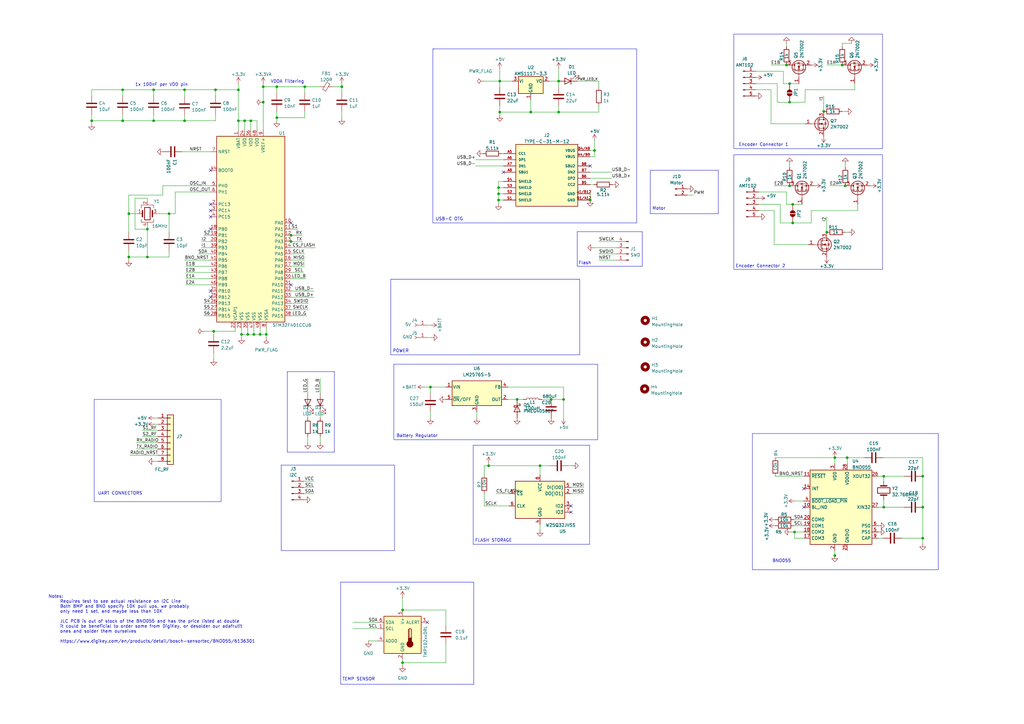
<source format=kicad_sch>
(kicad_sch (version 20231120) (generator "eeschema") (generator_version "8.0")
  (paper "A3")
  (junction (at 325.882 218.186))
  (junction (at 226.06 163.83))
  (junction (at 87.63 135.89))
  (junction (at 62.992 36.83))
  (junction (at 99.06 137.16))
  (junction (at 325.12 83.82))
  (junction (at 346.71 76.2))
  (junction (at 165.1 250.19))
  (junction (at 342.392 187.706))
  (junction (at 229.108 45.974))
  (junction (at 362.458 208.026))
  (junction (at 325.12 91.44))
  (junction (at 337.82 45.72))
  (junction (at 243.84 61.722))
  (junction (at 342.392 227.838))
  (junction (at 60.452 93.98))
  (junction (at 69.342 87.63))
  (junction (at 62.992 49.53))
  (junction (at 323.85 41.91))
  (junction (at 322.58 26.67))
  (junction (at 204.47 76.962))
  (junction (at 362.458 195.326))
  (junction (at 52.832 105.41))
  (junction (at 204.47 82.042))
  (junction (at 124.968 35.56))
  (junction (at 378.46 195.326))
  (junction (at 52.832 87.63))
  (junction (at 212.09 163.83))
  (junction (at 106.68 137.16))
  (junction (at 345.44 26.67))
  (junction (at 75.692 36.83))
  (junction (at 60.452 105.41))
  (junction (at 113.538 35.56))
  (junction (at 204.47 79.502))
  (junction (at 165.1 271.78))
  (junction (at 101.6 137.16))
  (junction (at 323.85 34.29))
  (junction (at 140.208 35.56))
  (junction (at 221.488 191.008))
  (junction (at 204.978 33.274))
  (junction (at 339.09 95.25))
  (junction (at 102.87 49.53))
  (junction (at 378.46 220.726))
  (junction (at 347.472 187.706))
  (junction (at 229.108 33.274))
  (junction (at 107.95 41.91))
  (junction (at 231.14 163.83))
  (junction (at 104.14 137.16))
  (junction (at 107.95 35.56))
  (junction (at 88.392 36.83))
  (junction (at 323.85 76.2))
  (junction (at 176.53 158.75))
  (junction (at 97.79 36.83))
  (junction (at 100.33 49.53))
  (junction (at 217.678 45.974))
  (junction (at 97.79 49.53))
  (junction (at 50.292 36.83))
  (junction (at 119.38 99.06))
  (junction (at 37.592 49.53))
  (junction (at 119.38 96.52))
  (junction (at 109.22 137.16))
  (junction (at 50.292 49.53))
  (junction (at 113.538 48.26))
  (junction (at 204.978 45.974))
  (junction (at 242.062 82.042))
  (junction (at 200.406 191.008))
  (junction (at 75.692 49.53))
  (junction (at 378.46 208.026))
  (no_connect (at 86.36 119.38))
  (no_connect (at 206.502 70.612))
  (no_connect (at 86.36 121.92))
  (no_connect (at 86.36 83.82))
  (no_connect (at 119.38 91.44))
  (no_connect (at 86.36 86.36))
  (no_connect (at 86.36 88.9))
  (no_connect (at 86.36 93.98))
  (no_connect (at 86.36 69.85))
  (no_connect (at 242.062 68.072))
  (no_connect (at 329.692 200.406))
  (no_connect (at 175.26 255.27))
  (no_connect (at 329.692 208.026))
  (no_connect (at 119.38 116.84))
  (no_connect (at 234.188 207.518))
  (no_connect (at 234.188 210.058))
  (wire (pts (xy 362.458 195.326) (xy 370.84 195.326)))
  (polyline (pts (xy 236.728 94.996) (xy 236.728 109.22)))
  (wire (pts (xy 88.392 36.83) (xy 97.79 36.83)))
  (wire (pts (xy 229.108 43.434) (xy 229.108 45.974)))
  (wire (pts (xy 362.204 187.706) (xy 378.46 187.706)))
  (wire (pts (xy 87.63 144.78) (xy 87.63 147.32)))
  (wire (pts (xy 60.452 93.98) (xy 60.452 92.71)))
  (wire (pts (xy 325.882 220.726) (xy 325.882 218.186)))
  (wire (pts (xy 325.12 91.44) (xy 332.74 91.44)))
  (wire (pts (xy 330.2 36.83) (xy 350.52 36.83)))
  (wire (pts (xy 124.714 202.438) (xy 128.778 202.438)))
  (wire (pts (xy 66.802 76.2) (xy 66.802 80.01)))
  (wire (pts (xy 311.15 78.74) (xy 322.58 78.74)))
  (wire (pts (xy 252.73 99.06) (xy 245.618 99.06)))
  (wire (pts (xy 52.832 87.63) (xy 52.832 95.25)))
  (wire (pts (xy 198.628 207.518) (xy 208.788 207.518)))
  (wire (pts (xy 124.968 45.72) (xy 124.968 48.26)))
  (wire (pts (xy 151.13 262.89) (xy 154.94 262.89)))
  (wire (pts (xy 126.238 168.91) (xy 126.238 171.45)))
  (wire (pts (xy 107.95 41.91) (xy 107.95 53.34)))
  (wire (pts (xy 217.678 40.894) (xy 217.678 45.974)))
  (polyline (pts (xy 115.316 190.754) (xy 115.316 225.806)))
  (wire (pts (xy 126.238 179.07) (xy 126.238 181.61)))
  (wire (pts (xy 50.292 46.99) (xy 50.292 49.53)))
  (wire (pts (xy 362.458 208.026) (xy 360.172 208.026)))
  (wire (pts (xy 204.978 33.274) (xy 210.058 33.274)))
  (wire (pts (xy 208.28 158.75) (xy 231.14 158.75)))
  (wire (pts (xy 360.172 220.726) (xy 362.204 220.726)))
  (polyline (pts (xy 160.274 145.542) (xy 237.744 145.542)))
  (wire (pts (xy 165.1 245.11) (xy 165.1 250.19)))
  (wire (pts (xy 326.136 205.486) (xy 329.692 205.486)))
  (wire (pts (xy 97.79 34.29) (xy 97.79 36.83)))
  (wire (pts (xy 52.832 87.63) (xy 56.642 87.63)))
  (wire (pts (xy 62.992 46.99) (xy 62.992 49.53)))
  (wire (pts (xy 378.46 195.326) (xy 378.46 208.026)))
  (wire (pts (xy 208.28 163.83) (xy 212.09 163.83)))
  (wire (pts (xy 243.84 61.722) (xy 242.062 61.722)))
  (polyline (pts (xy 261.112 91.44) (xy 177.546 91.44)))
  (wire (pts (xy 242.062 70.612) (xy 250.952 70.612)))
  (wire (pts (xy 102.87 49.53) (xy 100.33 49.53)))
  (polyline (pts (xy 115.316 190.754) (xy 161.798 190.754)))
  (wire (pts (xy 140.208 34.29) (xy 140.208 35.56)))
  (wire (pts (xy 69.342 87.63) (xy 69.342 95.25)))
  (wire (pts (xy 342.392 225.806) (xy 342.392 227.838)))
  (wire (pts (xy 101.6 134.62) (xy 101.6 137.16)))
  (wire (pts (xy 124.714 199.898) (xy 128.778 199.898)))
  (wire (pts (xy 339.09 88.9) (xy 339.09 95.25)))
  (wire (pts (xy 63.5 171.45) (xy 64.77 171.45)))
  (wire (pts (xy 82.55 101.6) (xy 86.36 101.6)))
  (wire (pts (xy 200.406 189.992) (xy 200.406 191.008)))
  (wire (pts (xy 52.832 102.87) (xy 52.832 105.41)))
  (wire (pts (xy 76.2 114.3) (xy 86.36 114.3)))
  (wire (pts (xy 66.802 80.01) (xy 52.832 80.01)))
  (wire (pts (xy 88.392 49.53) (xy 75.692 49.53)))
  (wire (pts (xy 204.978 28.194) (xy 204.978 33.274)))
  (wire (pts (xy 234.188 202.438) (xy 239.522 202.438)))
  (wire (pts (xy 55.372 81.28) (xy 55.372 93.98)))
  (wire (pts (xy 198.628 202.438) (xy 198.628 207.518)))
  (wire (pts (xy 318.77 41.91) (xy 323.85 41.91)))
  (wire (pts (xy 229.108 45.974) (xy 217.678 45.974)))
  (wire (pts (xy 113.538 45.72) (xy 113.538 48.26)))
  (wire (pts (xy 345.44 17.78) (xy 345.44 19.05)))
  (polyline (pts (xy 241.808 223.266) (xy 194.056 223.266)))
  (wire (pts (xy 88.392 39.37) (xy 88.392 36.83)))
  (polyline (pts (xy 194.056 182.626) (xy 241.808 182.626)))
  (wire (pts (xy 60.452 93.98) (xy 60.452 105.41)))
  (wire (pts (xy 124.968 38.1) (xy 124.968 35.56)))
  (wire (pts (xy 60.452 81.28) (xy 55.372 81.28)))
  (polyline (pts (xy 194.056 182.626) (xy 194.056 223.266)))
  (wire (pts (xy 325.628 213.106) (xy 329.692 213.106)))
  (wire (pts (xy 63.5 173.99) (xy 64.77 173.99)))
  (wire (pts (xy 126.238 155.194) (xy 126.238 161.29)))
  (wire (pts (xy 140.208 45.72) (xy 140.208 48.514)))
  (wire (pts (xy 321.31 29.21) (xy 321.31 34.29)))
  (wire (pts (xy 119.38 121.92) (xy 128.778 121.92)))
  (polyline (pts (xy 117.856 185.42) (xy 137.16 185.42)))
  (wire (pts (xy 204.978 33.274) (xy 204.978 35.814)))
  (wire (pts (xy 204.47 76.962) (xy 204.47 79.502)))
  (wire (pts (xy 74.676 62.23) (xy 86.36 62.23)))
  (wire (pts (xy 318.008 195.326) (xy 329.692 195.326)))
  (wire (pts (xy 109.22 137.16) (xy 109.22 138.43)))
  (wire (pts (xy 347.472 187.706) (xy 347.472 190.246)))
  (wire (pts (xy 97.79 36.83) (xy 97.79 49.53)))
  (wire (pts (xy 342.392 187.706) (xy 342.392 190.246)))
  (wire (pts (xy 322.58 83.82) (xy 325.12 83.82)))
  (wire (pts (xy 83.82 135.89) (xy 87.63 135.89)))
  (wire (pts (xy 176.53 171.45) (xy 176.53 168.91)))
  (wire (pts (xy 119.38 129.54) (xy 125.73 129.54)))
  (wire (pts (xy 311.15 83.82) (xy 320.04 83.82)))
  (wire (pts (xy 113.538 48.26) (xy 124.968 48.26)))
  (wire (pts (xy 231.14 158.75) (xy 231.14 163.83)))
  (wire (pts (xy 105.41 49.53) (xy 102.87 49.53)))
  (wire (pts (xy 245.618 33.274) (xy 245.618 35.814)))
  (wire (pts (xy 226.06 163.83) (xy 231.14 163.83)))
  (wire (pts (xy 165.1 271.78) (xy 182.88 271.78)))
  (wire (pts (xy 316.23 26.67) (xy 322.58 26.67)))
  (wire (pts (xy 131.318 179.07) (xy 131.318 181.61)))
  (wire (pts (xy 198.374 33.274) (xy 204.978 33.274)))
  (wire (pts (xy 369.824 220.726) (xy 378.46 220.726)))
  (wire (pts (xy 63.5 189.23) (xy 64.77 189.23)))
  (wire (pts (xy 101.6 137.16) (xy 99.06 137.16)))
  (wire (pts (xy 176.53 158.75) (xy 182.88 158.75)))
  (polyline (pts (xy 160.274 114.554) (xy 160.274 145.542)))
  (wire (pts (xy 204.47 79.502) (xy 206.502 79.502)))
  (wire (pts (xy 245.618 45.974) (xy 229.108 45.974)))
  (wire (pts (xy 225.298 33.274) (xy 229.108 33.274)))
  (wire (pts (xy 109.22 134.62) (xy 109.22 137.16)))
  (wire (pts (xy 323.85 67.31) (xy 323.85 68.58)))
  (wire (pts (xy 109.22 137.16) (xy 106.68 137.16)))
  (wire (pts (xy 342.392 187.706) (xy 347.472 187.706)))
  (wire (pts (xy 106.68 134.62) (xy 106.68 137.16)))
  (polyline (pts (xy 177.546 91.44) (xy 177.546 20.066)))
  (wire (pts (xy 124.968 35.56) (xy 131.318 35.56)))
  (wire (pts (xy 173.99 158.75) (xy 176.53 158.75)))
  (wire (pts (xy 362.458 208.026) (xy 370.84 208.026)))
  (wire (pts (xy 233.172 191.008) (xy 234.696 191.008)))
  (wire (pts (xy 131.318 155.194) (xy 131.318 161.29)))
  (wire (pts (xy 60.452 82.55) (xy 60.452 81.28)))
  (polyline (pts (xy 160.274 114.554) (xy 237.744 114.554)))
  (polyline (pts (xy 261.112 20.066) (xy 261.112 91.44)))
  (polyline (pts (xy 236.728 94.996) (xy 263.398 94.996)))
  (wire (pts (xy 351.79 86.36) (xy 351.79 83.82)))
  (wire (pts (xy 82.55 99.06) (xy 86.36 99.06)))
  (wire (pts (xy 119.38 111.76) (xy 124.46 111.76)))
  (wire (pts (xy 55.372 93.98) (xy 60.452 93.98)))
  (wire (pts (xy 119.38 124.46) (xy 126.492 124.46)))
  (wire (pts (xy 322.58 17.78) (xy 322.58 19.05)))
  (wire (pts (xy 106.68 137.16) (xy 104.14 137.16)))
  (wire (pts (xy 332.74 91.44) (xy 332.74 86.36)))
  (wire (pts (xy 242.062 73.152) (xy 250.952 73.152)))
  (wire (pts (xy 317.5 86.36) (xy 317.5 100.33)))
  (wire (pts (xy 323.85 34.29) (xy 327.66 34.29)))
  (wire (pts (xy 245.618 106.68) (xy 252.73 106.68)))
  (wire (pts (xy 243.586 101.6) (xy 252.73 101.6)))
  (wire (pts (xy 119.38 104.14) (xy 124.968 104.14)))
  (wire (pts (xy 204.47 76.962) (xy 206.502 76.962)))
  (wire (pts (xy 234.188 199.898) (xy 239.522 199.898)))
  (wire (pts (xy 182.88 271.78) (xy 182.88 264.16)))
  (wire (pts (xy 37.592 39.37) (xy 37.592 36.83)))
  (wire (pts (xy 75.692 49.53) (xy 62.992 49.53)))
  (wire (pts (xy 69.342 105.41) (xy 60.452 105.41)))
  (wire (pts (xy 206.502 74.422) (xy 204.47 74.422)))
  (wire (pts (xy 340.36 76.2) (xy 346.71 76.2)))
  (wire (pts (xy 229.108 33.274) (xy 229.108 28.194)))
  (wire (pts (xy 140.208 35.56) (xy 140.208 38.1)))
  (wire (pts (xy 83.566 96.52) (xy 86.36 96.52)))
  (wire (pts (xy 113.538 35.56) (xy 107.95 35.56)))
  (wire (pts (xy 175.26 133.35) (xy 176.53 133.35)))
  (wire (pts (xy 242.062 79.502) (xy 242.062 82.042)))
  (wire (pts (xy 324.358 218.186) (xy 325.882 218.186)))
  (wire (pts (xy 76.2 109.22) (xy 86.36 109.22)))
  (wire (pts (xy 243.84 57.658) (xy 243.84 61.722)))
  (wire (pts (xy 175.26 138.43) (xy 176.784 138.43)))
  (wire (pts (xy 350.52 34.29) (xy 350.52 36.83)))
  (wire (pts (xy 165.1 270.51) (xy 165.1 271.78)))
  (wire (pts (xy 75.692 47.244) (xy 75.692 49.53)))
  (wire (pts (xy 198.628 191.008) (xy 200.406 191.008)))
  (wire (pts (xy 322.58 78.74) (xy 322.58 83.82)))
  (wire (pts (xy 75.692 36.83) (xy 75.692 39.624)))
  (wire (pts (xy 221.488 194.818) (xy 221.488 191.008)))
  (wire (pts (xy 339.09 26.67) (xy 345.44 26.67)))
  (wire (pts (xy 100.33 49.53) (xy 100.33 53.34)))
  (wire (pts (xy 136.398 35.56) (xy 140.208 35.56)))
  (wire (pts (xy 325.628 215.646) (xy 329.692 215.646)))
  (polyline (pts (xy 263.398 109.22) (xy 236.728 109.22)))
  (wire (pts (xy 321.31 34.29) (xy 323.85 34.29)))
  (wire (pts (xy 83.566 124.46) (xy 86.36 124.46)))
  (wire (pts (xy 107.95 34.29) (xy 107.95 35.56)))
  (wire (pts (xy 378.46 208.026) (xy 378.46 220.726)))
  (wire (pts (xy 104.14 137.16) (xy 101.6 137.16)))
  (wire (pts (xy 342.392 227.838) (xy 342.392 228.854)))
  (polyline (pts (xy 177.546 20.066) (xy 178.054 20.066)))
  (wire (pts (xy 76.2 111.76) (xy 86.36 111.76)))
  (wire (pts (xy 71.882 87.63) (xy 69.342 87.63)))
  (wire (pts (xy 62.992 36.83) (xy 62.992 39.37)))
  (polyline (pts (xy 263.398 94.996) (xy 263.398 109.22)))
  (wire (pts (xy 83.566 129.54) (xy 86.36 129.54)))
  (polyline (pts (xy 115.316 225.806) (xy 161.798 225.806)))
  (wire (pts (xy 75.692 36.83) (xy 88.392 36.83)))
  (wire (pts (xy 53.34 186.69) (xy 64.77 186.69)))
  (wire (pts (xy 113.538 48.26) (xy 113.538 49.53)))
  (wire (pts (xy 323.85 41.91) (xy 330.2 41.91)))
  (wire (pts (xy 50.292 49.53) (xy 37.592 49.53)))
  (polyline (pts (xy 241.808 182.626) (xy 241.808 223.266)))
  (polyline (pts (xy 137.16 152.4) (xy 117.856 152.4)))
  (wire (pts (xy 76.2 116.84) (xy 86.36 116.84)))
  (polyline (pts (xy 237.744 145.542) (xy 237.744 114.554)))
  (wire (pts (xy 198.628 191.008) (xy 198.628 194.818)))
  (wire (pts (xy 337.82 39.37) (xy 337.82 45.72)))
  (wire (pts (xy 204.47 79.502) (xy 204.47 82.042)))
  (wire (pts (xy 204.47 74.422) (xy 204.47 76.962)))
  (wire (pts (xy 221.488 191.008) (xy 225.552 191.008)))
  (wire (pts (xy 204.978 45.974) (xy 204.978 47.244)))
  (wire (pts (xy 320.04 91.44) (xy 325.12 91.44)))
  (wire (pts (xy 71.882 78.74) (xy 71.882 87.63)))
  (wire (pts (xy 332.74 86.36) (xy 351.79 86.36)))
  (wire (pts (xy 96.52 135.89) (xy 96.52 134.62)))
  (wire (pts (xy 204.978 43.434) (xy 204.978 45.974)))
  (wire (pts (xy 176.53 158.75) (xy 176.53 161.29)))
  (wire (pts (xy 87.63 135.89) (xy 96.52 135.89)))
  (wire (pts (xy 316.23 50.8) (xy 330.2 50.8)))
  (polyline (pts (xy 117.856 152.654) (xy 117.856 185.42)))
  (polyline (pts (xy 117.856 152.4) (xy 117.856 152.654)))
  (wire (pts (xy 119.38 101.6) (xy 129.286 101.6)))
  (wire (pts (xy 107.95 35.56) (xy 107.95 41.91)))
  (wire (pts (xy 119.38 106.68) (xy 124.968 106.68)))
  (wire (pts (xy 206.502 82.042) (xy 204.47 82.042)))
  (wire (pts (xy 119.38 109.22) (xy 124.968 109.22)))
  (wire (pts (xy 102.87 49.53) (xy 102.87 53.34)))
  (wire (pts (xy 231.14 163.83) (xy 231.14 171.45)))
  (wire (pts (xy 124.968 35.56) (xy 113.538 35.56)))
  (wire (pts (xy 88.392 46.99) (xy 88.392 49.53)))
  (wire (pts (xy 217.678 45.974) (xy 204.978 45.974)))
  (wire (pts (xy 221.488 215.138) (xy 221.488 217.424)))
  (wire (pts (xy 195.072 68.072) (xy 206.502 68.072)))
  (wire (pts (xy 52.832 105.41) (xy 52.832 106.68)))
  (wire (pts (xy 58.42 176.53) (xy 64.77 176.53)))
  (wire (pts (xy 195.58 171.45) (xy 195.58 168.91)))
  (wire (pts (xy 66.802 76.2) (xy 86.36 76.2)))
  (wire (pts (xy 378.46 220.726) (xy 378.46 223.012)))
  (wire (pts (xy 206.502 65.532) (xy 195.072 65.532)))
  (wire (pts (xy 360.172 195.326) (xy 362.458 195.326)))
  (wire (pts (xy 123.9392 99.06) (xy 119.38 99.06)))
  (wire (pts (xy 131.318 168.91) (xy 131.318 171.45)))
  (wire (pts (xy 329.692 220.726) (xy 325.882 220.726)))
  (wire (pts (xy 119.38 93.98) (xy 122.174 93.98)))
  (wire (pts (xy 37.592 49.53) (xy 37.592 50.8)))
  (wire (pts (xy 362.458 195.326) (xy 362.458 197.358)))
  (wire (pts (xy 99.06 134.62) (xy 99.06 137.16)))
  (wire (pts (xy 325.882 218.186) (xy 329.692 218.186)))
  (wire (pts (xy 124.714 197.358) (xy 128.778 197.358)))
  (wire (pts (xy 203.454 202.438) (xy 208.788 202.438)))
  (wire (pts (xy 144.78 255.27) (xy 154.94 255.27)))
  (polyline (pts (xy 161.798 225.806) (xy 161.798 190.754)))
  (wire (pts (xy 165.1 271.78) (xy 165.1 273.05)))
  (wire (pts (xy 204.47 82.042) (xy 204.47 83.566)))
  (wire (pts (xy 318.77 34.29) (xy 318.77 41.91)))
  (wire (pts (xy 113.538 35.56) (xy 113.538 38.1)))
  (wire (pts (xy 345.44 17.78) (xy 349.25 17.78)))
  (wire (pts (xy 309.88 29.21) (xy 321.31 29.21)))
  (wire (pts (xy 242.062 75.692) (xy 243.586 75.692)))
  (wire (pts (xy 37.592 36.83) (xy 50.292 36.83)))
  (wire (pts (xy 104.14 134.62) (xy 104.14 137.16)))
  (wire (pts (xy 119.38 99.06) (xy 119.3672 99.06)))
  (wire (pts (xy 97.79 49.53) (xy 97.79 53.34)))
  (wire (pts (xy 182.88 250.19) (xy 165.1 250.19)))
  (wire (pts (xy 119.38 127) (xy 126.492 127)))
  (wire (pts (xy 245.618 43.434) (xy 245.618 45.974)))
  (wire (pts (xy 83.566 127) (xy 86.36 127)))
  (wire (pts (xy 320.04 83.82) (xy 320.04 91.44)))
  (wire (pts (xy 123.9392 96.52) (xy 119.38 96.52)))
  (wire (pts (xy 236.728 33.274) (xy 245.618 33.274)))
  (wire (pts (xy 55.88 181.61) (xy 64.77 181.61)))
  (wire (pts (xy 316.23 36.83) (xy 316.23 50.8)))
  (wire (pts (xy 205.74 62.992) (xy 206.502 62.992)))
  (wire (pts (xy 347.98 95.25) (xy 346.71 95.25)))
  (wire (pts (xy 99.06 137.16) (xy 99.06 138.43)))
  (wire (pts (xy 346.71 67.31) (xy 346.71 68.58)))
  (wire (pts (xy 50.292 36.83) (xy 50.292 39.37)))
  (wire (pts (xy 87.63 137.16) (xy 87.63 135.89)))
  (wire (pts (xy 318.008 187.706) (xy 342.392 187.706)))
  (wire (pts (xy 58.42 179.07) (xy 64.77 179.07)))
  (wire (pts (xy 69.342 102.87) (xy 69.342 105.41)))
  (wire (pts (xy 309.88 36.83) (xy 316.23 36.83)))
  (wire (pts (xy 200.406 191.008) (xy 221.488 191.008)))
  (wire (pts (xy 105.41 53.34) (xy 105.41 49.53)))
  (wire (pts (xy 64.262 87.63) (xy 69.342 87.63)))
  (wire (pts (xy 62.992 49.53) (xy 50.292 49.53)))
  (wire (pts (xy 119.38 119.38) (xy 128.778 119.38)))
  (wire (pts (xy 52.832 80.01) (xy 52.832 87.63)))
  (wire (pts (xy 71.882 78.74) (xy 86.36 78.74)))
  (wire (pts (xy 317.5 100.33) (xy 331.47 100.33)))
  (wire (pts (xy 100.33 49.53) (xy 97.79 49.53)))
  (wire (pts (xy 55.88 184.15) (xy 64.77 184.15)))
  (wire (pts (xy 362.458 204.978) (xy 362.458 208.026)))
  (wire (pts (xy 317.5 76.2) (xy 323.85 76.2)))
  (polyline (pts (xy 137.16 185.42) (xy 137.16 152.4)))
  (wire (pts (xy 242.062 64.262) (xy 243.84 64.262)))
  (wire (pts (xy 81.28 104.14) (xy 86.36 104.14)))
  (wire (pts (xy 378.46 187.706) (xy 378.46 195.326)))
  (wire (pts (xy 119.38 114.3) (xy 125.476 114.3)))
  (wire (pts (xy 75.692 106.68) (xy 86.36 106.68)))
  (wire (pts (xy 50.292 36.83) (xy 62.992 36.83)))
  (wire (pts (xy 243.84 64.262) (xy 243.84 61.722)))
  (wire (pts (xy 222.25 163.83) (xy 226.06 163.83)))
  (wire (pts (xy 119.38 96.52) (xy 119.3672 96.52)))
  (wire (pts (xy 212.09 163.83) (xy 214.63 163.83)))
  (wire (pts (xy 347.472 187.706) (xy 354.584 187.706)))
  (wire (pts (xy 311.15 86.36) (xy 317.5 86.36)))
  (wire (pts (xy 325.12 83.82) (xy 328.93 83.82)))
  (wire (pts (xy 60.452 105.41) (xy 52.832 105.41)))
  (wire (pts (xy 144.78 257.81) (xy 154.94 257.81)))
  (wire (pts (xy 37.592 46.99) (xy 37.592 49.53)))
  (wire (pts (xy 284.48 80.01) (xy 281.94 80.01)))
  (wire (pts (xy 229.108 33.274) (xy 229.108 35.814)))
  (wire (pts (xy 62.992 36.83) (xy 75.692 36.83)))
  (polyline (pts (xy 177.8 20.066) (xy 261.112 20.066)))
  (wire (pts (xy 309.88 34.29) (xy 318.77 34.29)))
  (wire (pts (xy 330.2 36.83) (xy 330.2 41.91)))
  (wire (pts (xy 252.73 104.14) (xy 245.618 104.14)))
  (wire (pts (xy 182.88 256.54) (xy 182.88 250.19)))
  (wire (pts (xy 346.71 45.72) (xy 345.44 45.72)))
  (rectangle (start 308.61 177.8) (end 384.81 233.68))
  (rectangle (start 139.7 238.76) (end 194.31 280.67))
  (rectangle (start 266.7 69.85) (end 294.64 87.63))
  (rectangle (start 161.544 149.352) (end 245.11 180.34))
  (rectangle (start 300.99 13.97) (end 361.95 60.96))
  (rectangle (start 38.608 163.83) (end 90.678 205.74))
  (rectangle (start 300.99 63.5) (end 361.95 110.49))
  (text "VDDA Filtering" (at 110.998 34.29 0) (effects (font (size 1.27 1.27)) (justify left bottom)))
  (text "Flash" (at 237.236 108.712 0) (effects (font (size 1.27 1.27)) (justify left bottom)))
  (text "FLASH STORAGE" (at 194.818 222.504 0) (effects (font (size 1.27 1.27)) (justify left bottom)))
  (text "Encoder Connector 1\n" (at 313.182 59.436 0) (effects (font (size 1.27 1.27))))
  (text "UART CONNECTORS" (at 49.276 202.438 0) (effects (font (size 1.27 1.27))))
  (text "Motor\n" (at 270.256 85.598 0) (effects (font (size 1.27 1.27))))
  (text "1x 100nF per VDD pin" (at 55.372 35.56 0) (effects (font (size 1.27 1.27)) (justify left bottom)))
  (text "Notes:\n	Requires test to see actual resistance on I2C Line\n	Both BMP and BNO specify 10K pull ups, we probably\n	only need 1 set, and maybe less than 10K\n\n	JLC PCB is out of stock of the BNO055 and has the price listed at double\n	it could be beneficial to order some from DigiKey, or desolder our adafrutit\n	ones and solder them ourselves\n\n	https://www.digikey.com/en/products/detail/bosch-sensortec/BNO055/6136301" (at 19.812 263.906 0) (effects (font (size 1.27 1.27)) (justify left bottom)))
  (text "USB-C OTG" (at 178.562 90.678 0) (effects (font (size 1.27 1.27)) (justify left bottom)))
  (text "TEMP SENSOR\n" (at 147.066 278.638 0) (effects (font (size 1.27 1.27))))
  (text "Battery Regulator" (at 162.56 179.578 0) (effects (font (size 1.27 1.27)) (justify left bottom)))
  (text "BNO055" (at 316.738 230.886 0) (effects (font (size 1.27 1.27)) (justify left bottom)))
  (text "POWER" (at 161.036 144.78 0) (effects (font (size 1.27 1.27)) (justify left bottom)))
  (text "Encoder Connector 2\n" (at 311.912 109.22 0) (effects (font (size 1.27 1.27))))
  (label "VCC" (at 128.778 197.358 180))
  (label "USB_D-" (at 128.778 119.38 180))
  (label "USB_D+" (at 128.778 121.92 180))
  (label "I2" (at 82.55 99.06 0))
  (label "USB_D-" (at 195.072 68.072 180))
  (label "SDA" (at 128.778 202.438 180))
  (label "SDA" (at 81.28 104.14 0))
  (label "LED_B" (at 125.476 114.3 180))
  (label "USB_D+" (at 195.072 65.532 180))
  (label "S2_RF" (at 58.42 179.07 0))
  (label "OSC_IN" (at 77.724 76.2 0))
  (label "E2A" (at 340.36 76.2 0))
  (label "BNO_NRST" (at 75.692 106.68 0))
  (label "SWCLK" (at 245.618 99.06 0))
  (label "CS_FLASH" (at 129.286 101.6 180))
  (label "TX_RADIO" (at 55.88 184.15 0))
  (label "LED_G" (at 125.73 129.54 180))
  (label "SWDIO" (at 245.618 104.14 0))
  (label "E1B" (at 76.2 109.22 0))
  (label "S1_RF" (at 58.42 176.53 0))
  (label "I2" (at 339.09 88.9 270))
  (label "E2B" (at 317.5 76.2 0))
  (label "OSC_OUT" (at 77.724 78.74 0))
  (label "NRST" (at 245.618 106.68 0))
  (label "E1A" (at 339.09 26.67 0))
  (label "SCL" (at 124.46 111.76 180))
  (label "TX" (at 123.9392 99.06 180))
  (label "USB_D-" (at 250.952 70.612 0))
  (label "S6" (at 83.566 129.54 0))
  (label "SCL" (at 151.13 257.81 0))
  (label "SCLK" (at 198.882 207.518 0))
  (label "MOSI" (at 239.522 199.898 180))
  (label "SWCLK" (at 126.492 127 180))
  (label "S4" (at 83.566 124.46 0))
  (label "I1" (at 82.55 101.6 0))
  (label "E2A" (at 76.2 116.84 0))
  (label "CS_FLASH" (at 203.454 202.438 0))
  (label "LED_B" (at 131.318 155.194 270))
  (label "S1" (at 122.174 93.98 180))
  (label "MISO" (at 124.968 106.68 180))
  (label "PWR_LED_K" (at 236.728 33.274 0) (effects (font (size 1 1))))
  (label "E2B" (at 76.2 111.76 0))
  (label "E1B" (at 316.23 26.67 0))
  (label "RADIO_NRST" (at 53.34 186.69 0))
  (label "BNO_NRST" (at 319.532 195.326 0))
  (label "SCLK" (at 124.968 104.14 180))
  (label "E1A" (at 76.2 114.3 0))
  (label "RX" (at 123.9392 96.52 180))
  (label "SDA" (at 151.13 255.27 0))
  (label "RX_RADIO" (at 55.88 181.61 0))
  (label "I1" (at 337.82 39.37 270))
  (label "USB_D+" (at 250.952 73.152 0))
  (label "S2" (at 83.566 96.52 0))
  (label "PWM" (at 284.48 80.01 0))
  (label "SWDIO" (at 126.492 124.46 180))
  (label "NRST" (at 77.724 62.23 0))
  (label "SCL" (at 325.628 215.646 0))
  (label "S5" (at 83.566 127 0))
  (label "LED_G" (at 126.238 155.194 270))
  (label "SCL" (at 128.778 199.898 180))
  (label "MISO" (at 239.522 202.438 180))
  (label "SDA" (at 325.628 213.106 0))
  (label "MOSI" (at 124.968 109.22 180))
  (symbol (lib_id "power:GND") (at 87.63 147.32 0) (unit 1)
    (property "Reference" "#PWR0116" (effects (hide yes)))
    (property "Value" "GND" (effects (hide yes)))
  )
  (symbol (lib_id "power:+3.3V") (at 337.82 55.88 0) (mirror x) (unit 1)
    (property "Reference" "#PWR039" (effects (hide yes)))
    (property "Value" "+3.3V" (at 337.82 59.69 0))
  )
  (symbol (lib_id "power:GND") (at 126.238 181.61 0) (unit 1)
    (property "Reference" "#PWR0136" (effects (hide yes)))
    (property "Value" "GND" (effects (hide yes)))
  )
  (symbol (lib_id "power:GND") (at 99.06 138.43 0) (unit 1)
    (property "Reference" "#PWR0117" (effects (hide yes)))
    (property "Value" "GND" (effects (hide yes)))
  )
  (symbol (lib_id "power:GND") (at 63.5 189.23 270) (unit 1)
    (property "Reference" "#PWR027" (effects (hide yes)))
    (property "Value" "GND" (effects (hide yes)))
  )
  (symbol (lib_id "Connector:Conn_01x04_Pin") (at 119.634 199.898 0) (unit 1)
    (property "Reference" "J3" (at 120.269 192.278 0))
    (property "Value" "I2C" (at 120.269 194.818 0))
    (property "Footprint" "Connector_PinHeader_2.54mm:PinHeader_1x04_P2.54mm_Vertical" (effects (hide yes)))
  )
  (symbol (lib_id "Transistor_FET:2N7002") (at 335.28 50.8 0) (unit 1)
    (property "Reference" "Q7" (at 340.487 49.5878 0) (effects (justify left)))
    (property "Value" "2N7002" (at 340.487 52.0121 0) (effects (justify left)))
    (property "Footprint" "Package_TO_SOT_SMD:SOT-23" (effects (hide yes)))
    (property "Datasheet" "https://www.onsemi.com/pub/Collateral/NDS7002A-D.PDF" (effects (hide yes)))
    (property "Description" "0.115A Id, 60V Vds, N-Channel MOSFET, SOT-23" (effects (hide yes)))
    (property "LCSC Part" "C466660" (effects (hide yes)))
  )
  (symbol (lib_id "power:GND") (at 324.358 218.186 270) (unit 1)
    (property "Reference" "#PWR0123" (effects (hide yes)))
    (property "Value" "GND" (effects (hide yes)))
  )
  (symbol (lib_id "Jumper:SolderJumper_2_Open") (at 325.12 87.63 90) (unit 1) (exclude_from_sim yes) (in_bom no)
    (property "Reference" "JP2" (at 327.66 85.852 0) (effects (justify right)))
    (property "Value" "SolderJumper_2_Open" (effects (hide yes)))
    (property "Footprint" "Jumper:SolderJumper-2_P1.3mm_Open_RoundedPad1.0x1.5mm" (effects (hide yes)))
    (property "Description" "Solder Jumper, 2-pole, open" (effects (hide yes)))
  )
  (symbol (lib_id "Connector:Conn_01x01_Female") (at 170.18 133.35 0) (mirror y) (unit 1)
    (property "Reference" "J4" (at 171.196 131.318 0) (effects (justify left)))
    (property "Value" "5V" (at 168.656 133.096 0) (effects (justify left)))
    (property "Footprint" "TestPoint:TestPoint_THTPad_2.5x2.5mm_Drill1.2mm" (effects (hide yes)))
  )
  (symbol (lib_id "power:+3.3V") (at 311.15 81.28 270) (unit 1)
    (property "Reference" "#PWR06" (effects (hide yes)))
    (property "Value" "+5V" (at 316.23 80.264 90))
  )
  (symbol (lib_id "Device:R") (at 345.44 22.86 0) (unit 1)
    (property "Reference" "R15" (at 343.408 22.098 90) (effects (justify right)))
    (property "Value" "1k" (at 345.44 21.844 90) (effects (justify right)))
    (property "Footprint" "Resistor_SMD:R_0402_1005Metric" (effects (hide yes)))
    (property "LCSC Part" "C102758" (effects (hide yes)))
  )
  (symbol (lib_id "Diode:PMEG4050EP") (at 212.09 167.64 270) (unit 1)
    (property "Reference" "D5" (at 214.63 166.0524 90) (effects (justify left)))
    (property "Value" "PMEG4050EP" (at 214.63 168.5924 90) (effects (justify left)))
    (property "Footprint" "Diode_SMD:D_SOD-128" (effects (hide yes)))
    (property "Datasheet" "https://assets.nexperia.com/documents/data-sheet/PMEG4050EP.pdf" (effects (hide yes)))
    (property "Description" "40V, 5A low Vf Schottky barrier rectifier, SOD-128" (effects (hide yes)))
  )
  (symbol (lib_id "power:+3.3V") (at 332.74 26.67 270) (mirror x) (unit 1)
    (property "Reference" "#PWR024" (effects (hide yes)))
    (property "Value" "+3.3V" (at 336.55 26.67 0))
  )
  (symbol (lib_id "power:GND") (at 342.392 227.838 0) (unit 1)
    (property "Reference" "#PWR0125" (effects (hide yes)))
    (property "Value" "GND" (effects (hide yes)))
  )
  (symbol (lib_id "power:+3.3V") (at 318.008 213.106 90) (unit 1)
    (property "Reference" "#PWR011" (effects (hide yes)))
    (property "Value" "+3.3V" (at 314.198 213.106 0))
  )
  (symbol (lib_id "Transistor_FET:2N7002") (at 350.52 29.21 90) (unit 1)
    (property "Reference" "Q6" (at 349.3078 24.003 0) (effects (justify left)))
    (property "Value" "2N7002" (at 351.7321 24.003 0) (effects (justify left)))
    (property "Footprint" "Package_TO_SOT_SMD:SOT-23" (effects (hide yes)))
    (property "Datasheet" "https://www.onsemi.com/pub/Collateral/NDS7002A-D.PDF" (effects (hide yes)))
    (property "Description" "0.115A Id, 60V Vds, N-Channel MOSFET, SOT-23" (effects (hide yes)))
    (property "LCSC Part" "C466660" (effects (hide yes)))
  )
  (symbol (lib_id "power:GND") (at 182.88 163.83 270) (unit 1)
    (property "Reference" "#PWR030" (effects (hide yes)))
    (property "Value" "GND" (effects (hide yes)))
  )
  (symbol (lib_id "Transistor_FET:2N7002") (at 336.55 100.33 0) (unit 1)
    (property "Reference" "Q2" (at 341.757 99.1178 0) (effects (justify left)))
    (property "Value" "2N7002" (at 341.757 101.5421 0) (effects (justify left)))
    (property "Footprint" "Package_TO_SOT_SMD:SOT-23" (effects (hide yes)))
    (property "Datasheet" "https://www.onsemi.com/pub/Collateral/NDS7002A-D.PDF" (effects (hide yes)))
    (property "Description" "0.115A Id, 60V Vds, N-Channel MOSFET, SOT-23" (effects (hide yes)))
    (property "LCSC Part" "C466660" (effects (hide yes)))
  )
  (symbol (lib_id "Connector:Conn_01x02_Pin") (at 276.86 77.47 0) (unit 1)
    (property "Reference" "J10" (at 277.495 72.39 0))
    (property "Value" "Motor" (at 277.495 74.93 0))
    (property "Footprint" "Connector_PinHeader_2.54mm:PinHeader_1x02_P2.54mm_Vertical" (effects (hide yes)))
    (property "Description" "Generic connector, single row, 01x02, script generated" (effects (hide yes)))
  )
  (symbol (lib_id "power:GND") (at 67.056 62.23 270) (unit 1)
    (property "Reference" "#PWR0101" (effects (hide yes)))
    (property "Value" "GND" (effects (hide yes)))
  )
  (symbol (lib_id "power:GND") (at 140.208 48.514 0) (unit 1)
    (property "Reference" "#PWR0107" (effects (hide yes)))
    (property "Value" "GND" (effects (hide yes)))
  )
  (symbol (lib_id "Mechanical:MountingHole") (at 264.6397 131.4315 0) (unit 1)
    (property "Reference" "H1" (at 267.1797 130.5968 0) (effects (justify left)))
    (property "Value" "MountingHole" (at 267.1797 133.1337 0) (effects (justify left)))
    (property "Footprint" "MountingHole:MountingHole_3.2mm_M3" (effects (hide yes)))
  )
  (symbol (lib_id "Device:R") (at 318.008 191.516 0) (unit 1)
    (property "Reference" "R4" (at 318.262 184.404 90) (effects (justify right)))
    (property "Value" "10k" (at 318.008 189.484 90) (effects (justify right)))
    (property "Footprint" "Resistor_SMD:R_0402_1005Metric" (effects (hide yes)))
    (property "JLCPCB#" "C60490" (effects (hide yes)))
  )
  (symbol (lib_id "Sensor_Motion:BNO055") (at 344.932 208.026 0) (unit 1)
    (property "Reference" "U4" (at 349.4914 189.0862 0) (effects (justify left)))
    (property "Value" "BNO055" (at 349.4914 191.6231 0) (effects (justify left)))
    (property "Footprint" "Package_LGA:LGA-28_5.2x3.8mm_P0.5mm" (effects (hide yes)))
    (property "Datasheet" "https://ae-bst.resource.bosch.com/media/_tech/media/datasheets/BST_BNO055_DS000_14.pdf" (effects (hide yes)))
    (property "JLCPCB#" "C93216" (effects (hide yes)))
  )
  (symbol (lib_id "Memory_Flash:W25Q32JVSS") (at 221.488 204.978 0) (unit 1)
    (property "Reference" "U5" (at 229.362 217.932 0) (effects (justify left)))
    (property "Value" "W25Q32JVSS" (at 223.774 215.392 0) (effects (justify left)))
    (property "Footprint" "Package_SO:SOIC-8_5.23x5.23mm_P1.27mm" (effects (hide yes)))
    (property "Datasheet" "http://www.winbond.com/resource-files/w25q32jv%20revg%2003272018%20plus.pdf" (effects (hide yes)))
    (property "JLCPCB#" "C82344" (effects (hide yes)))
  )
  (symbol (lib_id "Device:FerriteBead_Small") (at 133.858 35.56 90) (unit 1)
    (property "Reference" "FB1" (at 133.8199 30.1584 90))
    (property "Value" "120R" (at 133.8199 32.6953 90))
    (property "Footprint" "Inductor_SMD:L_0603_1608Metric" (effects (hide yes)))
    (property "JLCPCB#" "C85831" (effects (hide yes)))
  )
  (symbol (lib_id "power:+3.3V") (at 356.87 76.2 270) (mirror x) (unit 1)
    (property "Reference" "#PWR019" (effects (hide yes)))
    (property "Value" "+3.3V" (at 360.68 76.2 0))
  )
  (symbol (lib_id "power:PWR_FLAG") (at 107.95 41.91 90) (unit 1)
    (property "Reference" "#FLG0101" (effects (hide yes)))
    (property "Value" "PWR_FLAG" (effects (hide yes)))
  )
  (symbol (lib_id "power:GND") (at 322.58 17.78 180) (unit 1)
    (property "Reference" "#PWR037" (effects (hide yes)))
    (property "Value" "GND" (effects (hide yes)))
  )
  (symbol (lib_id "power:GND") (at 37.592 50.8 0) (unit 1)
    (property "Reference" "#PWR0102" (effects (hide yes)))
    (property "Value" "GND" (effects (hide yes)))
  )
  (symbol (lib_id "TYPE-C-31-M-12:TYPE-C-31-M-12") (at 224.282 71.882 0) (unit 1)
    (property "Reference" "J2" (at 224.282 55.4822 0))
    (property "Value" "TYPE-C-31-M-12" (at 224.282 58.0191 0))
    (property "Footprint" "USBC:HRO_TYPE-C-31-M-12" (effects (hide yes)))
    (property "SNAPEDA_PN" "TYPE-C-31-M-12" (effects (hide yes)))
    (property "MAXIMUM_PACKAGE_HEIGHT" "3.26 mm" (effects (hide yes)))
    (property "MANUFACTURER" "HRO Electronics Co., Ltd." (effects (hide yes)))
    (property "PARTREV" "2020.12.08" (effects (hide yes)))
    (property "STANDARD" "Manufacturer Recommendations" (effects (hide yes)))
    (property "JLCPCB#" "C165948" (effects (hide yes)))
  )
  (symbol (lib_id "Regulator_Switching:LM2576S-5") (at 195.58 161.29 0) (unit 1)
    (property "Reference" "U6" (at 195.58 151.13 0))
    (property "Value" "LM2576S-5" (at 195.58 153.67 0))
    (property "Footprint" "Package_TO_SOT_SMD:TO-263-5_TabPin3" (effects (hide yes)))
    (property "Datasheet" "http://www.ti.com/lit/ds/symlink/lm2576.pdf" (effects (hide yes)))
    (property "Description" "5V, 3A SIMPLE SWITCHER® Step-Down Voltage Regulator, TO-263" (effects (hide yes)))
  )
  (symbol (lib_id "Device:C") (at 140.208 41.91 0) (unit 1)
    (property "Reference" "C11" (at 143.129 41.0753 0) (effects (justify left)))
    (property "Value" "1uF" (at 143.129 43.6122 0) (effects (justify left)))
    (property "Footprint" "Capacitor_SMD:C_0402_1005Metric" (effects (hide yes)))
    (property "JLCPCB#" "C52923" (effects (hide yes)))
  )
  (symbol (lib_id "power:+3.3V") (at 231.14 171.45 0) (mirror x) (unit 1)
    (property "Reference" "#PWR034" (effects (hide yes)))
    (property "Value" "+5V" (at 231.14 175.26 0))
  )
  (symbol (lib_id "Device:R") (at 126.238 175.26 0) (unit 1)
    (property "Reference" "R8" (at 128.016 174.4253 0) (effects (justify left)))
    (property "Value" "1k" (at 128.016 176.9622 0) (effects (justify left)))
    (property "Footprint" "Resistor_SMD:R_0402_1005Metric" (effects (hide yes)))
    (property "JLCPCB#" "C11702" (effects (hide yes)))
  )
  (symbol (lib_id "Regulator_Linear:AMS1117-3.3") (at 217.678 33.274 0) (unit 1)
    (property "Reference" "U2" (at 217.678 27.6692 0))
    (property "Value" "AMS1117-3.3" (at 217.678 30.2061 0))
    (property "Footprint" "Package_TO_SOT_SMD:SOT-223-3_TabPin2" (effects (hide yes)))
    (property "Datasheet" "http://www.advanced-monolithic.com/pdf/ds1117.pdf" (effects (hide yes)))
    (property "JLCPCB#" "C6186" (effects (hide yes)))
  )
  (symbol (lib_id "Device:R") (at 247.396 75.692 270) (unit 1)
    (property "Reference" "R2" (at 247.396 77.978 90))
    (property "Value" "5.11k" (at 247.396 79.756 90))
    (property "Footprint" "Resistor_SMD:R_0402_1005Metric" (effects (hide yes)))
    (property "JLCPCB#" "C25906" (effects (hide yes)))
  )
  (symbol (lib_id "power:GND") (at 198.12 62.992 270) (unit 1)
    (property "Reference" "#PWR0112" (effects (hide yes)))
    (property "Value" "GND" (effects (hide yes)))
  )
  (symbol (lib_id "Device:C") (at 52.832 99.06 0) (unit 1)
    (property "Reference" "C2" (at 55.753 98.2253 0) (effects (justify left)))
    (property "Value" "10pF" (at 55.753 100.7622 0) (effects (justify left)))
    (property "Footprint" "Capacitor_SMD:C_0402_1005Metric" (effects (hide yes)))
    (property "JLCPCB#" "C32949" (effects (hide yes)))
  )
  (symbol (lib_id "power:GND") (at 176.53 171.45 0) (unit 1)
    (property "Reference" "#PWR029" (effects (hide yes)))
    (property "Value" "GND" (effects (hide yes)))
  )
  (symbol (lib_id "power:GND") (at 346.71 45.72 90) (unit 1)
    (property "Reference" "#PWR038" (effects (hide yes)))
    (property "Value" "GND" (effects (hide yes)))
  )
  (symbol (lib_id "power:+3.3V") (at 309.88 31.75 270) (unit 1)
    (property "Reference" "#PWR02" (effects (hide yes)))
    (property "Value" "+5V" (at 314.96 30.734 90))
  )
  (symbol (lib_id "Device:C") (at 37.592 43.18 0) (unit 1)
    (property "Reference" "C4" (at 40.513 42.3453 0) (effects (justify left)))
    (property "Value" "10uF" (at 40.513 44.8822 0) (effects (justify left)))
    (property "Footprint" "Capacitor_SMD:C_0402_1005Metric" (effects (hide yes)))
    (property "JLCPCB#" "C19702" (effects (hide yes)))
  )
  (symbol (lib_id "power:GND") (at 378.46 223.012 0) (unit 1)
    (property "Reference" "#PWR0122" (effects (hide yes)))
    (property "Value" "GND" (effects (hide yes)))
  )
  (symbol (lib_id "power:GND") (at 242.062 82.042 0) (unit 1)
    (property "Reference" "#PWR0114" (effects (hide yes)))
    (property "Value" "GND" (effects (hide yes)))
  )
  (symbol (lib_id "power:+3.3V") (at 200.406 189.992 0) (unit 1)
    (property "Reference" "#PWR0127" (effects (hide yes)))
    (property "Value" "+3.3V" (at 200.406 186.182 0))
  )
  (symbol (lib_id "power:VBUS") (at 176.53 133.35 270) (mirror x) (unit 1)
    (property "Reference" "#PWR01" (effects (hide yes)))
    (property "Value" "+BATT" (at 180.34 133.35 0))
  )
  (symbol (lib_id "MCU_ST_STM32F4:STM32F401CCUx") (at 104.14 93.98 0) (unit 1)
    (property "Reference" "U1" (at 114.3 54.61 0) (effects (justify left)))
    (property "Value" "STM32F401CCU6" (at 111.76 133.35 0) (effects (justify left)))
    (property "Footprint" "Package_DFN_QFN:QFN-48-1EP_7x7mm_P0.5mm_EP5.6x5.6mm" (effects (hide yes)))
    (property "Datasheet" "http://www.st.com/st-web-ui/static/active/en/resource/technical/document/datasheet/DM00086815.pdf" (effects (hide yes)))
    (property "JLCPCB#" "C79861" (effects (hide yes)))
  )
  (symbol (lib_id "Device:C") (at 366.014 220.726 90) (unit 1)
    (property "Reference" "C16" (at 366.014 214.8672 90))
    (property "Value" "100nF" (at 366.014 217.4041 90))
    (property "Footprint" "Capacitor_SMD:C_0402_1005Metric" (effects (hide yes)))
    (property "JLCPCB#" "C307331" (effects (hide yes)))
  )
  (symbol (lib_id "power:GND") (at 311.15 88.9 90) (unit 1)
    (property "Reference" "#PWR07" (effects (hide yes)))
    (property "Value" "GND" (effects (hide yes)))
  )
  (symbol (lib_id "Sensor_Temperature:TMP102xxDRL") (at 165.1 260.35 0) (unit 1)
    (property "Reference" "U3" (effects (hide yes)))
    (property "Value" "TMP102xxDRL" (at 174.498 263.144 90))
    (property "Footprint" "Package_TO_SOT_SMD:SOT-563" (effects (hide yes)))
    (property "Datasheet" "https://www.ti.com/lit/ds/symlink/tmp102.pdf" (effects (hide yes)))
    (property "Description" "Digital Temperature Sensor, +/- 3 °C, low-Power, SMBus, 12 bit, Two-Wire Serial Interface, SOT-563" (effects (hide yes)))
  )
  (symbol (lib_id "power:VBUS") (at 204.978 28.194 0) (unit 1)
    (property "Reference" "#PWR0111" (effects (hide yes)))
    (property "Value" "+5V" (at 204.978 24.384 0))
  )
  (symbol (lib_id "Device:C") (at 226.06 167.64 0) (mirror x) (unit 1)
    (property "Reference" "C28" (at 226.06 165.1 0) (effects (justify right)))
    (property "Value" "680uF" (at 222.504 162.56 0) (effects (justify left)))
    (property "Footprint" "Capacitor_SMD:CP_Elec_10x10.5" (effects (hide yes)))
    (property "LCSC Part" "C189257" (effects (hide yes)))
  )
  (symbol (lib_id "power:GND") (at 204.47 83.566 0) (unit 1)
    (property "Reference" "#PWR0130" (effects (hide yes)))
    (property "Value" "GND" (effects (hide yes)))
  )
  (symbol (lib_id "power:GND") (at 113.538 49.53 0) (unit 1)
    (property "Reference" "#PWR0106" (effects (hide yes)))
    (property "Value" "GND" (effects (hide yes)))
  )
  (symbol (lib_id "Connector:Conn_01x04_Male") (at 257.81 104.14 180) (unit 1)
    (property "Reference" "J1" (at 258.5212 102.0353 0) (effects (justify right)))
    (property "Value" "SWD" (at 258.5212 104.5722 0) (effects (justify right)))
    (property "Footprint" "Connector_PinHeader_2.54mm:PinHeader_1x04_P2.54mm_Vertical" (effects (hide yes)))
  )
  (symbol (lib_name "GND_2") (lib_id "power:GND") (at 165.1 273.05 0) (unit 1)
    (property "Reference" "#PWR020" (effects (hide yes)))
    (property "Value" "GND" (at 165.1 278.13 0))
    (property "Description" "Power symbol creates a global label with name \"GND\" , ground" (effects (hide yes)))
  )
  (symbol (lib_id "power:PWR_FLAG") (at 83.82 135.89 90) (unit 1)
    (property "Reference" "#FLG0104" (effects (hide yes)))
    (property "Value" "PWR_FLAG" (effects (hide yes)))
  )
  (symbol (lib_id "Device:C") (at 87.63 140.97 0) (unit 1)
    (property "Reference" "C12" (at 90.551 140.1353 0) (effects (justify left)))
    (property "Value" "2.2uF" (at 90.551 142.6722 0) (effects (justify left)))
    (property "Footprint" "Capacitor_SMD:C_0402_1005Metric" (effects (hide yes)))
    (property "JLCPCB#" "C12530" (effects (hide yes)))
  )
  (symbol (lib_id "Transistor_FET:2N7002") (at 328.93 78.74 90) (unit 1)
    (property "Reference" "Q1" (at 327.7178 73.533 0) (effects (justify left)))
    (property "Value" "2N7002" (at 330.1421 73.533 0) (effects (justify left)))
    (property "Footprint" "Package_TO_SOT_SMD:SOT-23" (effects (hide yes)))
    (property "Datasheet" "https://www.onsemi.com/pub/Collateral/NDS7002A-D.PDF" (effects (hide yes)))
    (property "Description" "0.115A Id, 60V Vds, N-Channel MOSFET, SOT-23" (effects (hide yes)))
    (property "LCSC Part" "C466660" (effects (hide yes)))
  )
  (symbol (lib_name "+3.3V_1") (lib_id "power:+3.3V") (at 165.1 245.11 0) (unit 1)
    (property "Reference" "#PWR05" (effects (hide yes)))
    (property "Value" "+3.3V" (at 165.1 241.3 0))
    (property "Description" "Power symbol creates a global label with name \"+3.3V\"" (effects (hide yes)))
  )
  (symbol (lib_id "Device:LED") (at 126.238 165.1 90) (unit 1)
    (property "Reference" "D2" (at 124.079 167.1228 90) (effects (justify right)))
    (property "Value" "LED" (at 124.079 169.6597 90) (effects (justify right)))
    (property "Footprint" "LED_SMD:LED_0603_1608Metric" (effects (hide yes)))
    (property "JLCPCB#" "C273598" (effects (hide yes)))
  )
  (symbol (lib_id "Device:R") (at 323.85 72.39 0) (unit 1)
    (property "Reference" "R10" (at 321.818 70.612 90) (effects (justify right)))
    (property "Value" "1k" (at 323.85 71.374 90) (effects (justify right)))
    (property "Footprint" "Resistor_SMD:R_0402_1005Metric" (effects (hide yes)))
    (property "LCSC Part" "C102758" (effects (hide yes)))
  )
  (symbol (lib_id "power:GND") (at 234.696 191.008 90) (unit 1)
    (property "Reference" "#PWR0128" (effects (hide yes)))
    (property "Value" "GND" (effects (hide yes)))
  )
  (symbol (lib_id "power:+3.3V") (at 318.008 215.646 90) (unit 1)
    (property "Reference" "#PWR014" (effects (hide yes)))
    (property "Value" "+3.3V" (at 314.452 218.948 0))
  )
  (symbol (lib_id "power:+3.3V") (at 355.6 26.67 270) (mirror x) (unit 1)
    (property "Reference" "#PWR036" (effects (hide yes)))
    (property "Value" "+3.3V" (at 359.41 26.67 0))
  )
  (symbol (lib_id "Device:R") (at 341.63 45.72 270) (unit 1)
    (property "Reference" "R16" (at 342.392 43.688 90) (effects (justify right)))
    (property "Value" "1k" (at 342.646 45.72 90) (effects (justify right)))
    (property "Footprint" "Resistor_SMD:R_0402_1005Metric" (effects (hide yes)))
    (property "LCSC Part" "C102758" (effects (hide yes)))
  )
  (symbol (lib_id "power:GND") (at 52.832 106.68 0) (unit 1)
    (property "Reference" "#PWR0108" (effects (hide yes)))
    (property "Value" "GND" (effects (hide yes)))
  )
  (symbol (lib_id "power:VBUS") (at 63.5 171.45 90) (unit 1)
    (property "Reference" "#PWR025" (effects (hide yes)))
    (property "Value" "+5V" (at 58.166 171.45 90))
  )
  (symbol (lib_id "Transistor_FET:2N7002") (at 351.79 78.74 90) (unit 1)
    (property "Reference" "Q3" (at 350.5778 73.533 0) (effects (justify left)))
    (property "Value" "2N7002" (at 353.0021 73.533 0) (effects (justify left)))
    (property "Footprint" "Package_TO_SOT_SMD:SOT-23" (effects (hide yes)))
    (property "Datasheet" "https://www.onsemi.com/pub/Collateral/NDS7002A-D.PDF" (effects (hide yes)))
    (property "Description" "0.115A Id, 60V Vds, N-Channel MOSFET, SOT-23" (effects (hide yes)))
    (property "LCSC Part" "C466660" (effects (hide yes)))
  )
  (symbol (lib_id "power:+3.3V") (at 63.5 173.99 90) (unit 1)
    (property "Reference" "#PWR026" (effects (hide yes)))
    (property "Value" "+3.3V" (at 57.912 173.99 90))
  )
  (symbol (lib_id "Device:LED") (at 232.918 33.274 180) (unit 1)
    (property "Reference" "D1" (at 234.5055 27.4152 0))
    (property "Value" "LED" (at 234.5055 29.9521 0))
    (property "Footprint" "LED_SMD:LED_0603_1608Metric" (effects (hide yes)))
    (property "JLCPCB#" "C273598" (effects (hide yes)))
  )
  (symbol (lib_id "power:PWR_FLAG") (at 109.22 138.43 180) (unit 1)
    (property "Reference" "#FLG0103" (effects (hide yes)))
    (property "Value" "PWR_FLAG" (at 109.22 143.51 0))
  )
  (symbol (lib_id "power:GND") (at 176.784 138.43 90) (unit 1)
    (property "Reference" "#PWR0133" (effects (hide yes)))
    (property "Value" "GND" (effects (hide yes)))
  )
  (symbol (lib_id "power:+3.3V") (at 326.136 205.486 90) (unit 1)
    (property "Reference" "#PWR0124" (effects (hide yes)))
    (property "Value" "+3.3V" (at 322.326 205.486 0))
  )
  (symbol (lib_id "Device:C") (at 182.88 260.35 0) (unit 1)
    (property "Reference" "C19" (at 186.69 259.0799 0) (effects (justify left)))
    (property "Value" "0.1uF" (at 186.69 261.6199 0) (effects (justify left)))
    (property "Footprint" "Capacitor_SMD:C_0402_1005Metric" (effects (hide yes)))
    (property "Description" "Unpolarized capacitor" (effects (hide yes)))
  )
  (symbol (lib_id "Device:C") (at 113.538 41.91 0) (unit 1)
    (property "Reference" "C9" (at 116.459 41.0753 0) (effects (justify left)))
    (property "Value" "10nF" (at 116.459 43.6122 0) (effects (justify left)))
    (property "Footprint" "Capacitor_SMD:C_0402_1005Metric" (effects (hide yes)))
    (property "Datasheet" "https://datasheet.lcsc.com/lcsc/1808291033_Johanson-Dielectrics-250R07W103KV4T_C167438.pdf" (effects (hide yes)))
    (property "JLCPCB#" "C15195" (effects (hide yes)))
  )
  (symbol (lib_id "Device:C") (at 50.292 43.18 0) (unit 1)
    (property "Reference" "C5" (at 53.213 42.3453 0) (effects (justify left)))
    (property "Value" "100nF" (at 53.213 44.8822 0) (effects (justify left)))
    (property "Footprint" "Capacitor_SMD:C_0402_1005Metric" (effects (hide yes)))
    (property "JLCPCB#" "C307331" (effects (hide yes)))
  )
  (symbol (lib_id "power:+3.3V") (at 97.79 34.29 0) (unit 1)
    (property "Reference" "#PWR0104" (effects (hide yes)))
    (property "Value" "+3.3V" (at 97.79 30.48 0))
  )
  (symbol (lib_id "Device:R") (at 198.628 198.628 0) (unit 1)
    (property "Reference" "R7" (at 196.596 197.358 90) (effects (justify right)))
    (property "Value" "10k" (at 198.628 196.596 90) (effects (justify right)))
    (property "Footprint" "Resistor_SMD:R_0402_1005Metric" (effects (hide yes)))
    (property "JLCPCB#" "C60490" (effects (hide yes)))
  )
  (symbol (lib_id "Device:L") (at 218.44 163.83 90) (unit 1)
    (property "Reference" "L1" (at 218.44 164.9617 90))
    (property "Value" "100uH" (at 218.44 167.386 90))
    (property "Footprint" "Inductor_SMD:L_TaiTech_TMPC1265_13.5x12.5mm" (effects (hide yes)))
    (property "Description" "Inductor" (effects (hide yes)))
    (property "LCSC Part" "C408533" (effects (hide yes)))
  )
  (symbol (lib_id "Device:LED") (at 131.318 165.1 90) (unit 1)
    (property "Reference" "D3" (at 129.159 167.1228 90) (effects (justify right)))
    (property "Value" "LED" (at 129.159 169.6597 90) (effects (justify right)))
    (property "Footprint" "LED_SMD:LED_0603_1608Metric" (effects (hide yes)))
    (property "JLCPCB#" "C273598" (effects (hide yes)))
  )
  (symbol (lib_id "Mechanical:MountingHole") (at 264.6397 140.3215 0) (unit 1)
    (property "Reference" "H2" (at 267.1797 139.4868 0) (effects (justify left)))
    (property "Value" "MountingHole" (at 267.1797 142.0237 0) (effects (justify left)))
    (property "Footprint" "MountingHole:MountingHole_3.2mm_M3" (effects (hide yes)))
  )
  (symbol (lib_id "Device:R") (at 322.58 22.86 0) (unit 1)
    (property "Reference" "R14" (at 320.548 21.082 90) (effects (justify right)))
    (property "Value" "1k" (at 322.58 21.844 90) (effects (justify right)))
    (property "Footprint" "Resistor_SMD:R_0402_1005Metric" (effects (hide yes)))
    (property "LCSC Part" "C102758" (effects (hide yes)))
  )
  (symbol (lib_id "Connector:Conn_01x01_Female") (at 170.18 138.43 0) (mirror y) (unit 1)
    (property "Reference" "J5" (at 171.196 136.652 0) (effects (justify left)))
    (property "Value" "GND" (at 169.164 138.176 0) (effects (justify left)))
    (property "Footprint" "TestPoint:TestPoint_THTPad_2.5x2.5mm_Drill1.2mm" (effects (hide yes)))
  )
  (symbol (lib_id "power:GND") (at 251.206 75.692 90) (unit 1)
    (property "Reference" "#PWR0118" (effects (hide yes)))
    (property "Value" "GND" (effects (hide yes)))
  )
  (symbol (lib_id "Transistor_FET:2N7002") (at 327.66 29.21 90) (unit 1)
    (property "Reference" "Q5" (at 326.4478 24.003 0) (effects (justify left)))
    (property "Value" "2N7002" (at 328.8721 24.003 0) (effects (justify left)))
    (property "Footprint" "Package_TO_SOT_SMD:SOT-23" (effects (hide yes)))
    (property "Datasheet" "https://www.onsemi.com/pub/Collateral/NDS7002A-D.PDF" (effects (hide yes)))
    (property "Description" "0.115A Id, 60V Vds, N-Channel MOSFET, SOT-23" (effects (hide yes)))
    (property "LCSC Part" "C466660" (effects (hide yes)))
  )
  (symbol (lib_id "power:GND") (at 349.25 17.78 180) (unit 1)
    (property "Reference" "#PWR035" (effects (hide yes)))
    (property "Value" "GND" (effects (hide yes)))
  )
  (symbol (lib_id "power:+3.3V") (at 339.09 105.41 0) (mirror x) (unit 1)
    (property "Reference" "#PWR016" (effects (hide yes)))
    (property "Value" "+3.3V" (at 339.09 109.22 0))
  )
  (symbol (lib_name "GND_1") (lib_id "power:GND") (at 151.13 262.89 0) (unit 1)
    (property "Reference" "#PWR04" (effects (hide yes)))
    (property "Value" "GND" (at 151.13 267.97 0))
    (property "Description" "Power symbol creates a global label with name \"GND\" , ground" (effects (hide yes)))
  )
  (symbol (lib_id "Jumper:SolderJumper_2_Open") (at 323.85 38.1 90) (unit 1) (exclude_from_sim yes) (in_bom no)
    (property "Reference" "JP1" (at 326.39 36.068 0) (effects (justify right)))
    (property "Value" "SolderJumper_2_Open" (effects (hide yes)))
    (property "Footprint" "Jumper:SolderJumper-2_P1.3mm_Open_RoundedPad1.0x1.5mm" (effects (hide yes)))
    (property "Description" "Solder Jumper, 2-pole, open" (effects (hide yes)))
  )
  (symbol (lib_id "Device:R") (at 201.93 62.992 90) (unit 1)
    (property "Reference" "R1" (at 201.93 58.2762 90))
    (property "Value" "5.11k" (at 201.93 60.8131 90))
    (property "Footprint" "Resistor_SMD:R_0402_1005Metric" (effects (hide yes)))
    (property "JLCPCB#" "C25906" (effects (hide yes)))
  )
  (symbol (lib_id "power:GND") (at 323.85 67.31 180) (unit 1)
    (property "Reference" "#PWR09" (effects (hide yes)))
    (property "Value" "GND" (effects (hide yes)))
  )
  (symbol (lib_id "Device:C") (at 176.53 165.1 180) (unit 1)
    (property "Reference" "C27" (at 167.894 163.4377 0) (effects (justify right)))
    (property "Value" "150uF" (at 167.894 165.862 0) (effects (justify right)))
    (property "Footprint" "Capacitor_SMD:C_0805_2012Metric" (effects (hide yes)))
    (property "LCSC Part" "C141660" (effects (hide yes)))
  )
  (symbol (lib_id "Device:C") (at 229.362 191.008 90) (unit 1)
    (property "Reference" "C20" (at 229.362 185.1492 90))
    (property "Value" "100nF" (at 229.362 187.6861 90))
    (property "Footprint" "Capacitor_SMD:C_0402_1005Metric" (effects (hide yes)))
    (property "JLCPCB#" "C307331" (effects (hide yes)))
  )
  (symbol (lib_id "Device:R") (at 346.71 72.39 0) (unit 1)
    (property "Reference" "R12" (at 344.678 71.628 90) (effects (justify right)))
    (property "Value" "1k" (at 346.71 71.374 90) (effects (justify right)))
    (property "Footprint" "Resistor_SMD:R_0402_1005Metric" (effects (hide yes)))
    (property "LCSC Part" "C102758" (effects (hide yes)))
  )
  (symbol (lib_id "power:GND") (at 204.978 47.244 0) (unit 1)
    (property "Reference" "#PWR0109" (effects (hide yes)))
    (property "Value" "GND" (effects (hide yes)))
  )
  (symbol (lib_id "power:GND") (at 226.06 171.45 0) (unit 1)
    (property "Reference" "#PWR033" (effects (hide yes)))
    (property "Value" "GND" (effects (hide yes)))
  )
  (symbol (lib_id "Device:R") (at 245.618 39.624 0) (unit 1)
    (property "Reference" "R3" (at 247.396 38.7893 0) (effects (justify left)))
    (property "Value" "1k" (at 247.396 41.3262 0) (effects (justify left)))
    (property "Footprint" "Resistor_SMD:R_0402_1005Metric" (effects (hide yes)))
    (property "JLCPCB#" "C11702" (effects (hide yes)))
  )
  (symbol (lib_id "power:+BATT") (at 173.99 158.75 90) (unit 1)
    (property "Reference" "#PWR028" (effects (hide yes)))
    (property "Value" "+BATT" (at 170.815 158.75 90) (effects (justify left)))
    (property "Description" "Power symbol creates a global label with name \"+BATT\"" (effects (hide yes)))
  )
  (symbol (lib_id "Device:C") (at 62.992 43.18 0) (unit 1)
    (property "Reference" "C6" (at 65.913 42.3453 0) (effects (justify left)))
    (property "Value" "100nF" (at 65.913 44.8822 0) (effects (justify left)))
    (property "Footprint" "Capacitor_SMD:C_0402_1005Metric" (effects (hide yes)))
    (property "JLCPCB#" "C307331" (effects (hide yes)))
  )
  (symbol (lib_id "power:+3.3V") (at 342.392 187.706 0) (unit 1)
    (property "Reference" "#PWR0129" (effects (hide yes)))
    (property "Value" "+3.3V" (at 342.392 183.896 0))
  )
  (symbol (lib_id "power:GND") (at 281.94 77.47 90) (unit 1)
    (property "Reference" "#PWR08" (effects (hide yes)))
    (property "Value" "GND" (effects (hide yes)))
  )
  (symbol (lib_id "power:GND") (at 124.714 204.978 90) (unit 1)
    (property "Reference" "#PWR010" (effects (hide yes)))
    (property "Value" "GND" (effects (hide yes)))
  )
  (symbol (lib_id "power:GND") (at 360.172 215.646 90) (unit 1)
    (property "Reference" "#PWR012" (effects (hide yes)))
    (property "Value" "GND" (effects (hide yes)))
  )
  (symbol (lib_id "Mechanical:MountingHole") (at 264.414 159.512 0) (unit 1)
    (property "Reference" "H4" (at 266.954 158.6773 0) (effects (justify left)))
    (property "Value" "MountingHole" (at 266.954 161.2142 0) (effects (justify left)))
    (property "Footprint" "MountingHole:MountingHole_3.2mm_M3" (effects (hide yes)))
  )
  (symbol (lib_id "Device:Crystal") (at 362.458 201.168 90) (unit 1)
    (property "Reference" "Y2" (at 365.7854 200.3333 90) (effects (justify right)))
    (property "Value" "32.768Mhz" (at 365.7854 202.8702 90) (effects (justify right)))
    (property "Footprint" "Crystal:Crystal_SMD_3215-2Pin_3.2x1.5mm" (effects (hide yes)))
    (property "JLCPCB#" "C907540" (effects (hide yes)))
  )
  (symbol (lib_id "power:+3.3V") (at 140.208 34.29 0) (unit 1)
    (property "Reference" "#PWR0105" (effects (hide yes)))
    (property "Value" "+3.3V" (at 140.208 30.48 0))
  )
  (symbol (lib_id "Device:C") (at 358.394 187.706 90) (unit 1)
    (property "Reference" "C15" (at 358.394 181.8472 90))
    (property "Value" "100nF" (at 358.394 184.3841 90))
    (property "Footprint" "Capacitor_SMD:C_0402_1005Metric" (effects (hide yes)))
    (property "JLCPCB#" "C307331" (effects (hide yes)))
  )
  (symbol (lib_id "Device:C") (at 229.108 39.624 0) (unit 1)
    (property "Reference" "C14" (at 232.029 38.7893 0) (effects (justify left)))
    (property "Value" "22uF" (at 232.029 41.3262 0) (effects (justify left)))
    (property "Footprint" "Capacitor_SMD:C_0805_2012Metric" (effects (hide yes)))
    (property "JLCPCB#" "C5674" (effects (hide yes)))
  )
  (symbol (lib_id "power:GND") (at 221.488 217.424 0) (unit 1)
    (property "Reference" "#PWR0126" (effects (hide yes)))
    (property "Value" "GND" (effects (hide yes)))
  )
  (symbol (lib_id "Device:C") (at 75.692 43.434 0) (unit 1)
    (property "Reference" "C7" (at 78.613 42.5993 0) (effects (justify left)))
    (property "Value" "100nF" (at 78.613 45.1362 0) (effects (justify left)))
    (property "Footprint" "Capacitor_SMD:C_0402_1005Metric" (effects (hide yes)))
    (property "JLCPCB#" "C307331" (effects (hide yes)))
  )
  (symbol (lib_id "Device:C") (at 124.968 41.91 0) (unit 1)
    (property "Reference" "C10" (at 127.889 41.0753 0) (effects (justify left)))
    (property "Value" "1uF" (at 127.889 43.6122 0) (effects (justify left)))
    (property "Footprint" "Capacitor_SMD:C_0402_1005Metric" (effects (hide yes)))
    (property "JLCPCB#" "C52923" (effects (hide yes)))
  )
  (symbol (lib_id "Device:R") (at 321.818 213.106 90) (unit 1)
    (property "Reference" "R5" (at 320.294 211.074 90) (effects (justify right)))
    (property "Value" "10k" (at 319.786 213.106 90) (effects (justify right)))
    (property "Footprint" "Resistor_SMD:R_0402_1005Metric" (effects (hide yes)))
    (property "JLCPCB#" "C60490" (effects (hide yes)))
  )
  (symbol (lib_id "power:GND") (at 346.71 67.31 180) (unit 1)
    (property "Reference" "#PWR018" (effects (hide yes)))
    (property "Value" "GND" (effects (hide yes)))
  )
  (symbol (lib_id "Device:C") (at 204.978 39.624 0) (unit 1)
    (property "Reference" "C13" (at 207.899 38.7893 0) (effects (justify left)))
    (property "Value" "22uF" (at 207.899 41.3262 0) (effects (justify left)))
    (property "Footprint" "Capacitor_SMD:C_0805_2012Metric" (effects (hide yes)))
    (property "JLCPCB#" "C5674" (effects (hide yes)))
  )
  (symbol (lib_id "Device:C") (at 69.342 99.06 0) (unit 1)
    (property "Reference" "C3" (at 72.263 98.2253 0) (effects (justify left)))
    (property "Value" "10pF" (at 72.263 100.7622 0) (effects (justify left)))
    (property "Footprint" "Capacitor_SMD:C_0402_1005Metric" (effects (hide yes)))
    (property "JLCPCB#" "C32949" (effects (hide yes)))
  )
  (symbol (lib_id "power:GND") (at 309.88 39.37 90) (unit 1)
    (property "Reference" "#PWR03" (effects (hide yes)))
    (property "Value" "GND" (effects (hide yes)))
  )
  (symbol (lib_id "power:GND") (at 347.98 95.25 90) (unit 1)
    (property "Reference" "#PWR017" (effects (hide yes)))
    (property "Value" "GND" (effects (hide yes)))
  )
  (symbol (lib_id "Connector_Generic:Conn_01x08") (at 69.85 179.07 0) (unit 1)
    (property "Reference" "J7" (at 72.39 179.0699 0) (effects (justify left)))
    (property "Value" "FC_RF" (at 63.5 192.532 0) (effects (justify left)))
    (property "Footprint" "Connector_FFC-FPC:Molex_200528-0080_1x08-1MP_P1.00mm_Horizontal" (effects (hide yes)))
    (property "Description" "Generic connector, single row, 01x08, script generated (kicad-library-utils/schlib/autogen/connector/)" (effects (hide yes)))
    (property "LCSC Part" "C505273" (effects (hide yes)))
  )
  (symbol (lib_id "Device:Crystal_GND24") (at 60.452 87.63 0) (unit 1)
    (property "Reference" "Y1" (at 64.262 82.55 0))
    (property "Value" "16MHz" (at 65.532 92.71 0))
    (property "Footprint" "Crystal:Crystal_SMD_3225-4Pin_3.2x2.5mm" (effects (hide yes)))
    (property "JLCPCB#" "C13738" (effects (hide yes)))
  )
  (symbol (lib_id "power:GND") (at 131.318 181.61 0) (unit 1)
    (property "Reference" "#PWR0140" (effects (hide yes)))
    (property "Value" "GND" (effects (hide yes)))
  )
  (symbol (lib_id "power:GND") (at 360.172 218.186 90) (unit 1)
    (property "Reference" "#PWR013" (effects (hide yes)))
    (property "Value" "GND" (effects (hide yes)))
  )
  (symbol (lib_id "power:+3.3V") (at 229.108 28.194 0) (unit 1)
    (property "Reference" "#PWR0110" (effects (hide yes)))
    (property "Value" "+3.3V" (at 229.108 24.384 0))
  )
  (symbol (lib_id "Device:R") (at 131.318 175.26 0) (unit 1)
    (property "Reference" "R9" (at 133.096 174.4253 0) (effects (justify left)))
    (property "Value" "1k" (at 133.096 176.9622 0) (effects (justify left)))
    (property "Footprint" "Resistor_SMD:R_0402_1005Metric" (effects (hide yes)))
    (property "JLCPCB#" "C11702" (effects (hide yes)))
  )
  (symbol (lib_id "Device:C") (at 374.65 195.326 90) (unit 1)
    (property "Reference" "C17" (at 374.65 189.4672 90))
    (property "Value" "22pF" (at 374.65 192.0041 90))
    (property "Footprint" "Capacitor_SMD:C_0402_1005Metric" (effects (hide yes)))
    (property "JLCPCB#" "C466226" (effects (hide yes)))
  )
  (symbol (lib_id "Device:C") (at 374.65 208.026 90) (unit 1)
    (property "Reference" "C18" (at 374.65 202.1672 90))
    (property "Value" "22pF" (at 374.65 204.7041 90))
    (property "Footprint" "Capacitor_SMD:C_0402_1005Metric" (effects (hide yes)))
    (property "JLCPCB#" "C466226" (effects (hide yes)))
  )
  (symbol (lib_id "power:PWR_FLAG") (at 198.374 33.274 90) (unit 1)
    (property "Reference" "#FLG0102" (effects (hide yes)))
    (property "Value" "PWR_FLAG" (at 197.104 29.21 90))
  )
  (symbol (lib_id "Device:C") (at 70.866 62.23 270) (unit 1)
    (property "Reference" "C1" (at 71.7007 65.151 0) (effects (justify left)))
    (property "Value" "100nF" (at 69.1638 65.151 0) (effects (justify left)))
    (property "Footprint" "Capacitor_SMD:C_0402_1005Metric" (effects (hide yes)))
    (property "JLCPCB#" "C307331" (effects (hide yes)))
  )
  (symbol (lib_id "power:+3.3V") (at 334.01 76.2 270) (mirror x) (unit 1)
    (property "Reference" "#PWR015" (effects (hide yes)))
    (property "Value" "+3.3V" (at 337.82 76.2 0))
  )
  (symbol (lib_id "Device:R") (at 342.9 95.25 270) (unit 1)
    (property "Reference" "R11" (at 343.662 93.218 90) (effects (justify right)))
    (property "Value" "1k" (at 343.916 95.25 90) (effects (justify right)))
    (property "Footprint" "Resistor_SMD:R_0402_1005Metric" (effects (hide yes)))
    (property "LCSC Part" "C102758" (effects (hide yes)))
  )
  (symbol (lib_id "power:+3.3VA") (at 107.95 34.29 0) (unit 1)
    (property "Reference" "#PWR0103" (effects (hide yes)))
    (property "Value" "+3.3VA" (at 107.95 30.48 0))
  )
  (symbol (lib_id "Connector:Conn_01x05_Pin") (at 304.8 34.29 0) (unit 1)
    (property "Reference" "J6" (at 305.435 24.13 0))
    (property "Value" "AMT102" (at 305.435 26.67 0))
    (property "Footprint" "Connector_PinHeader_2.54mm:PinHeader_1x05_P2.54mm_Vertical" (effects (hide yes)))
    (property "Description" "Generic connector, single row, 01x05, script generated" (effects (hide yes)))
  )
  (symbol (lib_id "Mechanical:MountingHole") (at 264.6397 150.4815 0) (unit 1)
    (property "Reference" "H3" (at 267.1797 149.6468 0) (effects (justify left)))
    (property "Value" "MountingHole" (at 267.1797 152.1837 0) (effects (justify left)))
    (property "Footprint" "MountingHole:MountingHole_3.2mm_M3" (effects (hide yes)))
  )
  (symbol (lib_id "power:GND") (at 212.09 171.45 0) (unit 1)
    (property "Reference" "#PWR032" (effects (hide yes)))
    (property "Value" "GND" (effects (hide yes)))
  )
  (symbol (lib_id "power:GND") (at 243.586 101.6 270) (unit 1)
    (property "Reference" "#PWR0115" (effects (hide yes)))
    (property "Value" "GND" (effects (hide yes)))
  )
  (symbol (lib_id "Connector:Conn_01x05_Pin") (at 306.07 83.82 0) (unit 1)
    (property "Reference" "J9" (at 306.705 73.66 0))
    (property "Value" "AMT102" (at 306.705 76.2 0))
    (property "Footprint" "Connector_PinHeader_2.54mm:PinHeader_1x05_P2.54mm_Vertical" (effects (hide yes)))
    (property "Description" "Generic connector, single row, 01x05, script generated" (effects (hide yes)))
  )
  (symbol (lib_id "power:VBUS") (at 243.84 57.658 0) (mirror y) (unit 1)
    (property "Reference" "#PWR0113" (effects (hide yes)))
    (property "Value" "+5V" (at 243.84 53.848 0))
  )
  (symbol (lib_id "Device:R") (at 321.818 215.646 90) (unit 1)
    (property "Reference" "R6" (at 318.008 218.186 90) (effects (justify right)))
    (property "Value" "10k" (at 319.786 215.646 90) (effects (justify right)))
    (property "Footprint" "Resistor_SMD:R_0402_1005Metric" (effects (hide yes)))
    (property "JLCPCB#" "C60490" (effects (hide yes)))
  )
  (symbol (lib_id "Device:C") (at 88.392 43.18 0) (unit 1)
    (property "Reference" "C8" (at 91.313 42.3453 0) (effects (justify left)))
    (property "Value" "100nF" (at 91.313 44.8822 0) (effects (justify left)))
    (property "Footprint" "Capacitor_SMD:C_0402_1005Metric" (effects (hide yes)))
    (property "JLCPCB#" "C307331" (effects (hide yes)))
  )
  (symbol (lib_id "power:GND") (at 195.58 171.45 0) (mirror y) (unit 1)
    (property "Reference" "#PWR031" (effects (hide yes)))
    (property "Value" "GND" (effects (hide yes)))
  )
)
</source>
